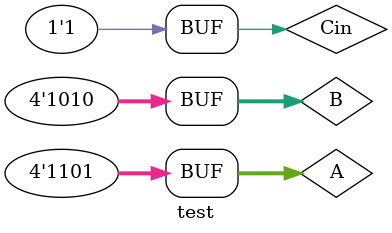
<source format=v>
`include "ripple_adder.v"
module test;
//In
reg [3:0] A;
reg [3:0] B;
reg Cin;
//Out
wire [3:0] Sum;
wire Cout;

ripple_adder uut (
  .Sum(Sum),
  .Cout(Cout),
  .A(A),
  .B(B),
  .Cin(Cin)
);
initial begin
  A = 0;
  B = 0;
  Cin = 0;

  #100;
  A=4'b0001;B=4'b0000;Cin=1'b0;
  #100 A=4'b1010;B=4'b0011;Cin=1'b0;
  #100 A=4'b1101;B=4'b1010;Cin=1'b1;
end 
initial begin
  $monitor("time = ", $time, "A=%b B=%b Cin= %b : Sum = %b Cout = %b", A,B,Cin,Sum,Cout);
end

endmodule

</source>
